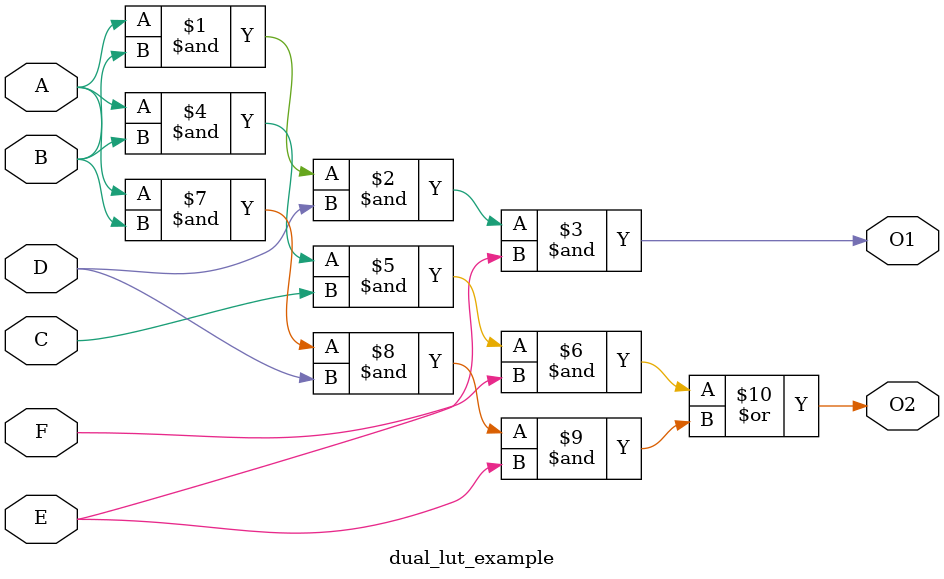
<source format=v>
module dual_lut_example (
    input  wire A,
    input  wire B,
    input  wire C,
    input  wire D,
    input  wire E,
    input  wire F,
    output wire O1,
    output wire O2
);

    // 逻辑实现
    assign O1 = A & B & D & E;
    assign O2 = (A & B & C & F) | (A & B & D & E);

endmodule

</source>
